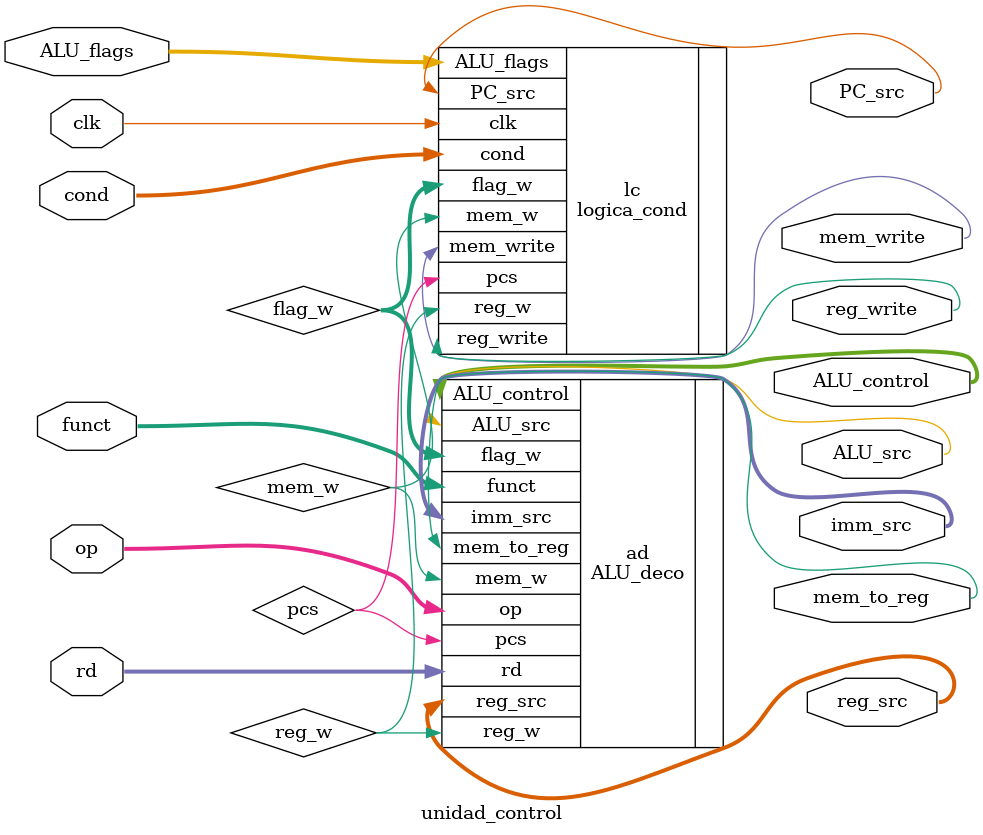
<source format=sv>
module unidad_control ( cond,
								op,
								funct,
								rd,
								ALU_flags,
								PC_src,
								mem_to_reg,
								mem_write,
								ALU_control,
								ALU_src,
								imm_src,
								reg_write,
								reg_src, 
								clk);
	input clk;
	input logic [5:0] funct;
	input logic [3:0] cond, ALU_flags, rd;
	input logic [1:0] op;
	output logic PC_src, mem_to_reg, mem_write, ALU_src, reg_write;
	output logic [3:0] ALU_control;
	output logic [1:0] imm_src, reg_src;
	
	wire [1:0] flag_w;
	wire pcs, reg_w, mem_w;
	
	ALU_deco ad(.op(op), .funct(funct), .rd(rd), .flag_w(flag_w), .pcs(pcs), .reg_w(reg_w), .mem_w(mem_w), .mem_to_reg(mem_to_reg), .ALU_src(ALU_src), .imm_src(imm_src), .reg_src(reg_src), .ALU_control(ALU_control));
	logica_cond lc(.cond(cond), .ALU_flags(ALU_flags), .flag_w(flag_w), .pcs(pcs), .reg_w(reg_w), .mem_w(mem_w), .PC_src(PC_src), .reg_write(reg_write), .mem_write(mem_write), .clk(clk));
	
endmodule 
</source>
